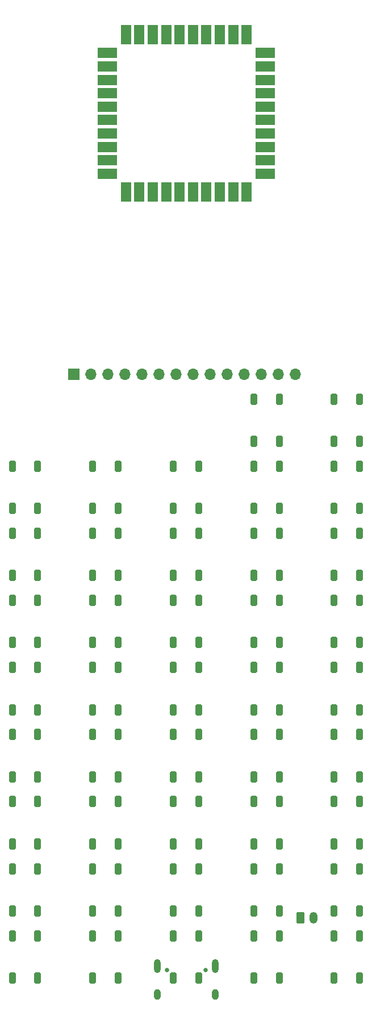
<source format=gbr>
%TF.GenerationSoftware,KiCad,Pcbnew,7.0.5*%
%TF.CreationDate,2023-07-27T14:44:28-03:00*%
%TF.ProjectId,Open_Machinist_Calculator,4f70656e-5f4d-4616-9368-696e6973745f,rev?*%
%TF.SameCoordinates,Original*%
%TF.FileFunction,Soldermask,Top*%
%TF.FilePolarity,Negative*%
%FSLAX46Y46*%
G04 Gerber Fmt 4.6, Leading zero omitted, Abs format (unit mm)*
G04 Created by KiCad (PCBNEW 7.0.5) date 2023-07-27 14:44:28*
%MOMM*%
%LPD*%
G01*
G04 APERTURE LIST*
G04 Aperture macros list*
%AMRoundRect*
0 Rectangle with rounded corners*
0 $1 Rounding radius*
0 $2 $3 $4 $5 $6 $7 $8 $9 X,Y pos of 4 corners*
0 Add a 4 corners polygon primitive as box body*
4,1,4,$2,$3,$4,$5,$6,$7,$8,$9,$2,$3,0*
0 Add four circle primitives for the rounded corners*
1,1,$1+$1,$2,$3*
1,1,$1+$1,$4,$5*
1,1,$1+$1,$6,$7*
1,1,$1+$1,$8,$9*
0 Add four rect primitives between the rounded corners*
20,1,$1+$1,$2,$3,$4,$5,0*
20,1,$1+$1,$4,$5,$6,$7,0*
20,1,$1+$1,$6,$7,$8,$9,0*
20,1,$1+$1,$8,$9,$2,$3,0*%
G04 Aperture macros list end*
%ADD10RoundRect,0.250000X-0.250000X0.600000X-0.250000X-0.600000X0.250000X-0.600000X0.250000X0.600000X0*%
%ADD11R,1.700000X1.700000*%
%ADD12O,1.700000X1.700000*%
%ADD13C,1.350000*%
%ADD14R,3.000000X1.500000*%
%ADD15O,1.350000X1.350000*%
%ADD16RoundRect,0.250000X-0.350000X-0.625000X0.350000X-0.625000X0.350000X0.625000X-0.350000X0.625000X0*%
%ADD17O,1.200000X1.750000*%
%ADD18R,1.500000X3.000000*%
%ADD19C,0.650000*%
%ADD20O,1.000000X1.600000*%
%ADD21O,1.000000X2.100000*%
G04 APERTURE END LIST*
D10*
%TO.C,S24*%
X92100000Y-181700000D03*
X92100000Y-188000000D03*
X95900000Y-188000000D03*
X95900000Y-181700000D03*
%TD*%
%TO.C,S16*%
X116100000Y-161700000D03*
X116100000Y-168000000D03*
X119900000Y-168000000D03*
X119900000Y-161700000D03*
%TD*%
%TO.C,S34*%
X92100000Y-201700000D03*
X92100000Y-208000000D03*
X95900000Y-208000000D03*
X95900000Y-201700000D03*
%TD*%
%TO.C,S42*%
X128100000Y-211700000D03*
X128100000Y-218000000D03*
X131900000Y-218000000D03*
X131900000Y-211700000D03*
%TD*%
%TO.C,S4*%
X92100000Y-141700000D03*
X92100000Y-148000000D03*
X95900000Y-148000000D03*
X95900000Y-141700000D03*
%TD*%
%TO.C,S38*%
X80100000Y-211700000D03*
X80100000Y-218000000D03*
X83900000Y-218000000D03*
X83900000Y-211700000D03*
%TD*%
%TO.C,S32*%
X128100000Y-191700000D03*
X128100000Y-198000000D03*
X131900000Y-198000000D03*
X131900000Y-191700000D03*
%TD*%
%TO.C,S3*%
X80100000Y-141700000D03*
X80100000Y-148000000D03*
X83900000Y-148000000D03*
X83900000Y-141700000D03*
%TD*%
%TO.C,S25*%
X104100000Y-181700000D03*
X104100000Y-188000000D03*
X107900000Y-188000000D03*
X107900000Y-181700000D03*
%TD*%
%TO.C,S1*%
X116100000Y-131700000D03*
X116100000Y-138000000D03*
X119900000Y-138000000D03*
X119900000Y-131700000D03*
%TD*%
%TO.C,S23*%
X80100000Y-181700000D03*
X80100000Y-188000000D03*
X83900000Y-188000000D03*
X83900000Y-181700000D03*
%TD*%
D11*
%TO.C,J3*%
X89325000Y-127975000D03*
D12*
X91865000Y-127975000D03*
X94405000Y-127975000D03*
X96945000Y-127975000D03*
X99485000Y-127975000D03*
X102025000Y-127975000D03*
X104565000Y-127975000D03*
X107105000Y-127975000D03*
X109645000Y-127975000D03*
X112185000Y-127975000D03*
X114725000Y-127975000D03*
X117265000Y-127975000D03*
X119805000Y-127975000D03*
X122345000Y-127975000D03*
%TD*%
D10*
%TO.C,S28*%
X80100000Y-191700000D03*
X80100000Y-198000000D03*
X83900000Y-198000000D03*
X83900000Y-191700000D03*
%TD*%
%TO.C,S20*%
X104100000Y-171700000D03*
X104100000Y-178000000D03*
X107900000Y-178000000D03*
X107900000Y-171700000D03*
%TD*%
%TO.C,S30*%
X104100000Y-191700000D03*
X104100000Y-198000000D03*
X107900000Y-198000000D03*
X107900000Y-191700000D03*
%TD*%
%TO.C,S11*%
X116100000Y-151700000D03*
X116100000Y-158000000D03*
X119900000Y-158000000D03*
X119900000Y-151700000D03*
%TD*%
%TO.C,S2*%
X128100000Y-131700000D03*
X128100000Y-138000000D03*
X131900000Y-138000000D03*
X131900000Y-131700000D03*
%TD*%
%TO.C,S10*%
X104100000Y-151700000D03*
X104100000Y-158000000D03*
X107900000Y-158000000D03*
X107900000Y-151700000D03*
%TD*%
%TO.C,S7*%
X128100000Y-141700000D03*
X128100000Y-148000000D03*
X131900000Y-148000000D03*
X131900000Y-141700000D03*
%TD*%
%TO.C,S40*%
X104100000Y-211700000D03*
X104100000Y-218000000D03*
X107900000Y-218000000D03*
X107900000Y-211700000D03*
%TD*%
%TO.C,S35*%
X104100000Y-201700000D03*
X104100000Y-208000000D03*
X107900000Y-208000000D03*
X107900000Y-201700000D03*
%TD*%
%TO.C,S27*%
X128100000Y-181700000D03*
X128100000Y-188000000D03*
X131900000Y-188000000D03*
X131900000Y-181700000D03*
%TD*%
%TO.C,S13*%
X80100000Y-161700000D03*
X80100000Y-168000000D03*
X83900000Y-168000000D03*
X83900000Y-161700000D03*
%TD*%
%TO.C,S8*%
X80100000Y-151700000D03*
X80100000Y-158000000D03*
X83900000Y-158000000D03*
X83900000Y-151700000D03*
%TD*%
%TO.C,S41*%
X116100000Y-211700000D03*
X116100000Y-218000000D03*
X119900000Y-218000000D03*
X119900000Y-211700000D03*
%TD*%
%TO.C,S36*%
X116100000Y-201700000D03*
X116100000Y-208000000D03*
X119900000Y-208000000D03*
X119900000Y-201700000D03*
%TD*%
%TO.C,S12*%
X128100000Y-151700000D03*
X128100000Y-158000000D03*
X131900000Y-158000000D03*
X131900000Y-151700000D03*
%TD*%
%TO.C,S22*%
X128100000Y-171700000D03*
X128100000Y-178000000D03*
X131900000Y-178000000D03*
X131900000Y-171700000D03*
%TD*%
%TO.C,S5*%
X104100000Y-141700000D03*
X104100000Y-148000000D03*
X107900000Y-148000000D03*
X107900000Y-141700000D03*
%TD*%
%TO.C,S9*%
X92100000Y-151700000D03*
X92100000Y-158000000D03*
X95900000Y-158000000D03*
X95900000Y-151700000D03*
%TD*%
%TO.C,S39*%
X92100000Y-211700000D03*
X92100000Y-218000000D03*
X95900000Y-218000000D03*
X95900000Y-211700000D03*
%TD*%
%TO.C,S31*%
X116100000Y-191700000D03*
X116100000Y-198000000D03*
X119900000Y-198000000D03*
X119900000Y-191700000D03*
%TD*%
%TO.C,S17*%
X128100000Y-161700000D03*
X128100000Y-168000000D03*
X131900000Y-168000000D03*
X131900000Y-161700000D03*
%TD*%
%TO.C,S26*%
X116100000Y-181700000D03*
X116100000Y-188000000D03*
X119900000Y-188000000D03*
X119900000Y-181700000D03*
%TD*%
%TO.C,S21*%
X116100000Y-171700000D03*
X116100000Y-178000000D03*
X119900000Y-178000000D03*
X119900000Y-171700000D03*
%TD*%
%TO.C,S18*%
X80100000Y-171700000D03*
X80100000Y-178000000D03*
X83900000Y-178000000D03*
X83900000Y-171700000D03*
%TD*%
%TO.C,S6*%
X116100000Y-141700000D03*
X116100000Y-148000000D03*
X119900000Y-148000000D03*
X119900000Y-141700000D03*
%TD*%
%TO.C,S14*%
X92100000Y-161700000D03*
X92100000Y-168000000D03*
X95900000Y-168000000D03*
X95900000Y-161700000D03*
%TD*%
%TO.C,S29*%
X92100000Y-191700000D03*
X92100000Y-198000000D03*
X95900000Y-198000000D03*
X95900000Y-191700000D03*
%TD*%
%TO.C,S15*%
X104100000Y-161700000D03*
X104100000Y-168000000D03*
X107900000Y-168000000D03*
X107900000Y-161700000D03*
%TD*%
%TO.C,S19*%
X92100000Y-171700000D03*
X92100000Y-178000000D03*
X95900000Y-178000000D03*
X95900000Y-171700000D03*
%TD*%
%TO.C,S33*%
X80100000Y-201700000D03*
X80100000Y-208000000D03*
X83900000Y-208000000D03*
X83900000Y-201700000D03*
%TD*%
%TO.C,S37*%
X128100000Y-201700000D03*
X128100000Y-208000000D03*
X131900000Y-208000000D03*
X131900000Y-201700000D03*
%TD*%
D13*
%TO.C,J7*%
X93550000Y-98099994D03*
D14*
X94300000Y-98099994D03*
D13*
X95050000Y-98099994D03*
D15*
X93550000Y-96099994D03*
D14*
X94300000Y-96099994D03*
D15*
X95050000Y-96099994D03*
X93550000Y-94099994D03*
D14*
X94300000Y-94099994D03*
D15*
X95050000Y-94099994D03*
X93550000Y-92099994D03*
D14*
X94300000Y-92099994D03*
D15*
X95050000Y-92099994D03*
X93550000Y-90099994D03*
D14*
X94300000Y-90099994D03*
D15*
X95050000Y-90099994D03*
X93550000Y-88099994D03*
D14*
X94300000Y-88099994D03*
D15*
X95050000Y-88099994D03*
X93550000Y-86099994D03*
D14*
X94300000Y-86099994D03*
D15*
X95050000Y-86099994D03*
X93550000Y-84099994D03*
D14*
X94300000Y-84099994D03*
D15*
X95050000Y-84099994D03*
X93550000Y-82099994D03*
D14*
X94300000Y-82099994D03*
D15*
X95050000Y-82099994D03*
X93550000Y-80099994D03*
D14*
X94300000Y-80099994D03*
D15*
X95050000Y-80099994D03*
%TD*%
D16*
%TO.C,J2*%
X123050000Y-208987500D03*
D17*
X125050000Y-208987500D03*
%TD*%
D13*
%TO.C,J6*%
X115050000Y-78099994D03*
D18*
X115050000Y-77349994D03*
D13*
X115050000Y-76599994D03*
D15*
X113050000Y-78099994D03*
D18*
X113050000Y-77349994D03*
D15*
X113050000Y-76599994D03*
X111050000Y-78099994D03*
D18*
X111050000Y-77349994D03*
D15*
X111050000Y-76599994D03*
X109050000Y-78099994D03*
D18*
X109050000Y-77349994D03*
D15*
X109050000Y-76599994D03*
X107050000Y-78099994D03*
D18*
X107050000Y-77349994D03*
D15*
X107050000Y-76599994D03*
X105050000Y-78099994D03*
D18*
X105050000Y-77349994D03*
D15*
X105050000Y-76599994D03*
X103050000Y-78099994D03*
D18*
X103050000Y-77349994D03*
D15*
X103050000Y-76599994D03*
X101050000Y-78099994D03*
D18*
X101050000Y-77349994D03*
D15*
X101050000Y-76599994D03*
X99050000Y-78099994D03*
D18*
X99050000Y-77349994D03*
D15*
X99050000Y-76599994D03*
X97050000Y-78099994D03*
D18*
X97050000Y-77349994D03*
D15*
X97050000Y-76599994D03*
%TD*%
D13*
%TO.C,J5*%
X115050000Y-101599994D03*
D18*
X115050000Y-100849994D03*
D13*
X115050000Y-100099994D03*
D15*
X113050000Y-101599994D03*
D18*
X113050000Y-100849994D03*
D15*
X113050000Y-100099994D03*
X111050000Y-101599994D03*
D18*
X111050000Y-100849994D03*
D15*
X111050000Y-100099994D03*
X109050000Y-101599994D03*
D18*
X109050000Y-100849994D03*
D15*
X109050000Y-100099994D03*
X107050000Y-101599994D03*
D18*
X107050000Y-100849994D03*
D15*
X107050000Y-100099994D03*
X105050000Y-101599994D03*
D18*
X105050000Y-100849994D03*
D15*
X105050000Y-100099994D03*
X103050000Y-101599994D03*
D18*
X103050000Y-100849994D03*
D15*
X103050000Y-100099994D03*
X101050000Y-101599994D03*
D18*
X101050000Y-100849994D03*
D15*
X101050000Y-100099994D03*
X99050000Y-101599994D03*
D18*
X99050000Y-100849994D03*
D15*
X99050000Y-100099994D03*
X97050000Y-101599994D03*
D18*
X97050000Y-100849994D03*
D15*
X97050000Y-100099994D03*
%TD*%
D19*
%TO.C,J1*%
X108910000Y-216770000D03*
X103130000Y-216770000D03*
D20*
X110340000Y-220420000D03*
D21*
X110340000Y-216240000D03*
D20*
X101700000Y-220420000D03*
D21*
X101700000Y-216240000D03*
%TD*%
D13*
%TO.C,J4*%
X117050000Y-98099994D03*
D14*
X117800000Y-98099994D03*
D13*
X118550000Y-98099994D03*
D15*
X117050000Y-96099994D03*
D14*
X117800000Y-96099994D03*
D15*
X118550000Y-96099994D03*
X117050000Y-94099994D03*
D14*
X117800000Y-94099994D03*
D15*
X118550000Y-94099994D03*
X117050000Y-92099994D03*
D14*
X117800000Y-92099994D03*
D15*
X118550000Y-92099994D03*
X117050000Y-90099994D03*
D14*
X117800000Y-90099994D03*
D15*
X118550000Y-90099994D03*
X117050000Y-88099994D03*
D14*
X117800000Y-88099994D03*
D15*
X118550000Y-88099994D03*
X117050000Y-86099994D03*
D14*
X117800000Y-86099994D03*
D15*
X118550000Y-86099994D03*
X117050000Y-84099994D03*
D14*
X117800000Y-84099994D03*
D15*
X118550000Y-84099994D03*
X117050000Y-82099994D03*
D14*
X117800000Y-82099994D03*
D15*
X118550000Y-82099994D03*
X117050000Y-80099994D03*
D14*
X117800000Y-80099994D03*
D15*
X118550000Y-80099994D03*
%TD*%
M02*

</source>
